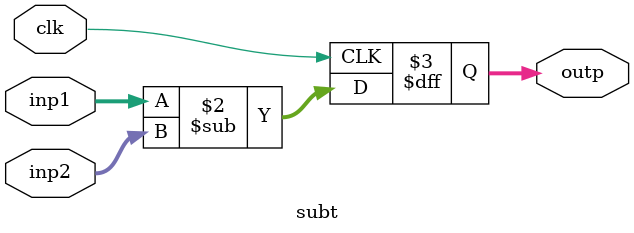
<source format=v>
`timescale 1ns / 1ps


module subt(inp1,inp2,outp,clk);
input signed [15:0] inp1,inp2;
input clk;
output reg signed[15:0] outp;

always @(posedge clk)
    begin
        outp = inp1 - inp2;
    end
endmodule

</source>
